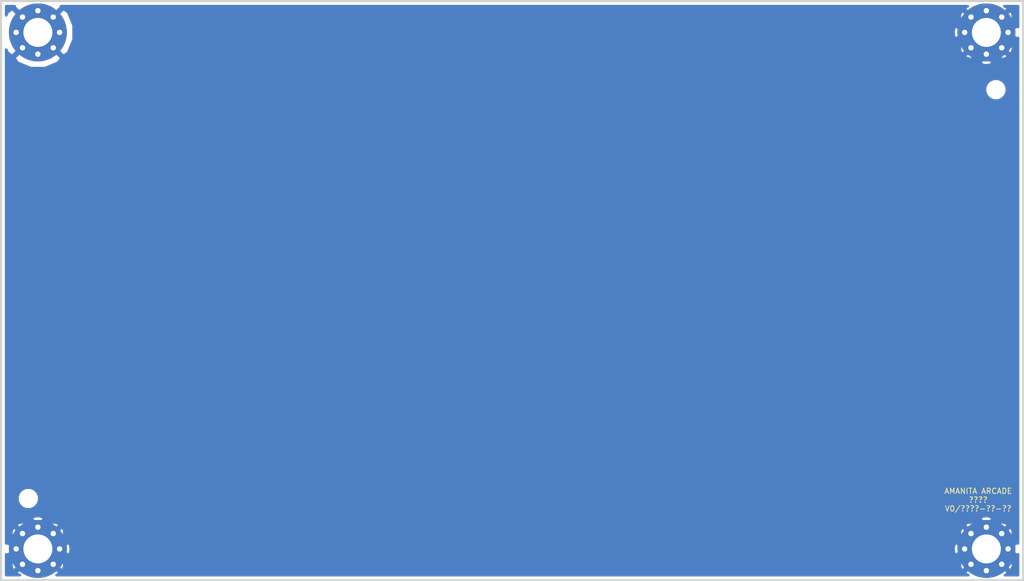
<source format=kicad_pcb>
(kicad_pcb (version 20171130) (host pcbnew 5.0.2-bee76a0~70~ubuntu18.04.1)

  (general
    (thickness 1.6)
    (drawings 5)
    (tracks 0)
    (zones 0)
    (modules 8)
    (nets 2)
  )

  (page A4)
  (layers
    (0 F.Cu signal)
    (31 B.Cu signal)
    (32 B.Adhes user)
    (33 F.Adhes user hide)
    (34 B.Paste user)
    (35 F.Paste user)
    (36 B.SilkS user)
    (37 F.SilkS user)
    (38 B.Mask user hide)
    (39 F.Mask user hide)
    (40 Dwgs.User user)
    (41 Cmts.User user)
    (42 Eco1.User user)
    (43 Eco2.User user)
    (44 Edge.Cuts user)
    (45 Margin user)
    (46 B.CrtYd user)
    (47 F.CrtYd user)
    (48 B.Fab user)
    (49 F.Fab user hide)
  )

  (setup
    (last_trace_width 0.254)
    (user_trace_width 0.254)
    (user_trace_width 0.508)
    (user_trace_width 0.762)
    (user_trace_width 1.016)
    (user_trace_width 1.27)
    (user_trace_width 1.524)
    (trace_clearance 0.254)
    (zone_clearance 0.254)
    (zone_45_only no)
    (trace_min 0.1524)
    (segment_width 0.2)
    (edge_width 0.1)
    (via_size 0.8)
    (via_drill 0.4)
    (via_min_size 0.6)
    (via_min_drill 0.3)
    (uvia_size 0.3)
    (uvia_drill 0.1)
    (uvias_allowed no)
    (uvia_min_size 0.2)
    (uvia_min_drill 0.1)
    (pcb_text_width 0.3)
    (pcb_text_size 1.5 1.5)
    (mod_edge_width 0.15)
    (mod_text_size 1 1)
    (mod_text_width 0.15)
    (pad_size 5.4 5.4)
    (pad_drill 2.7)
    (pad_to_mask_clearance 0)
    (solder_mask_min_width 0.25)
    (aux_axis_origin 0 0)
    (grid_origin 101.6 127)
    (visible_elements FFFFFF7F)
    (pcbplotparams
      (layerselection 0x010fc_ffffffff)
      (usegerberextensions false)
      (usegerberattributes false)
      (usegerberadvancedattributes false)
      (creategerberjobfile false)
      (excludeedgelayer true)
      (linewidth 0.100000)
      (plotframeref false)
      (viasonmask false)
      (mode 1)
      (useauxorigin false)
      (hpglpennumber 1)
      (hpglpenspeed 20)
      (hpglpendiameter 15.000000)
      (psnegative false)
      (psa4output false)
      (plotreference true)
      (plotvalue true)
      (plotinvisibletext false)
      (padsonsilk false)
      (subtractmaskfromsilk false)
      (outputformat 1)
      (mirror false)
      (drillshape 0)
      (scaleselection 1)
      (outputdirectory "gerbers/"))
  )

  (net 0 "")
  (net 1 GND)

  (net_class Default "This is the default net class."
    (clearance 0.254)
    (trace_width 0.254)
    (via_dia 0.8)
    (via_drill 0.4)
    (uvia_dia 0.3)
    (uvia_drill 0.1)
    (add_net GND)
  )

  (module MountingHole:MountingHole_2.7mm_M2.5_Pad_Via (layer F.Cu) (tedit 5D0E440B) (tstamp 5D10E96F)
    (at 105.029 75.946)
    (descr "Mounting Hole 2.7mm")
    (tags "mounting hole 2.7mm")
    (path /5CD715BA)
    (attr virtual)
    (fp_text reference H1 (at 0 -3.7) (layer F.SilkS) hide
      (effects (font (size 1 1) (thickness 0.15)))
    )
    (fp_text value MountingHole_Pad (at 0 3.7) (layer F.Fab)
      (effects (font (size 1 1) (thickness 0.15)))
    )
    (fp_circle (center 0 0) (end 2.95 0) (layer F.CrtYd) (width 0.05))
    (fp_circle (center 0 0) (end 2.7 0) (layer Cmts.User) (width 0.15))
    (fp_text user %R (at 0.3 0) (layer F.Fab)
      (effects (font (size 1 1) (thickness 0.15)))
    )
    (pad 1 thru_hole circle (at 1.431891 -1.431891) (size 0.8 0.8) (drill 0.5) (layers *.Cu *.Mask)
      (net 1 GND))
    (pad 1 thru_hole circle (at 0 -2.025) (size 0.8 0.8) (drill 0.5) (layers *.Cu *.Mask)
      (net 1 GND))
    (pad 1 thru_hole circle (at -1.431891 -1.431891) (size 0.8 0.8) (drill 0.5) (layers *.Cu *.Mask)
      (net 1 GND))
    (pad 1 thru_hole circle (at -2.025 0) (size 0.8 0.8) (drill 0.5) (layers *.Cu *.Mask)
      (net 1 GND))
    (pad 1 thru_hole circle (at -1.431891 1.431891) (size 0.8 0.8) (drill 0.5) (layers *.Cu *.Mask)
      (net 1 GND))
    (pad 1 thru_hole circle (at 0 2.025) (size 0.8 0.8) (drill 0.5) (layers *.Cu *.Mask)
      (net 1 GND))
    (pad 1 thru_hole circle (at 1.431891 1.431891) (size 0.8 0.8) (drill 0.5) (layers *.Cu *.Mask)
      (net 1 GND))
    (pad 1 thru_hole circle (at 2.025 0) (size 0.8 0.8) (drill 0.5) (layers *.Cu *.Mask)
      (net 1 GND))
    (pad 1 thru_hole circle (at 0 0) (size 5.4 5.4) (drill 2.7) (layers *.Cu *.Mask)
      (net 1 GND))
  )

  (module MountingHole:MountingHole_2.7mm_M2.5_Pad_Via (layer F.Cu) (tedit 5D0E43C7) (tstamp 5CFFB855)
    (at 193.421 75.946)
    (descr "Mounting Hole 2.7mm")
    (tags "mounting hole 2.7mm")
    (path /5CD71A93)
    (attr virtual)
    (fp_text reference H2 (at 0 -3.7) (layer F.SilkS) hide
      (effects (font (size 1 1) (thickness 0.15)))
    )
    (fp_text value MountingHole_Pad (at 0 3.7) (layer F.Fab)
      (effects (font (size 1 1) (thickness 0.15)))
    )
    (fp_circle (center 0 0) (end 2.95 0) (layer F.CrtYd) (width 0.05))
    (fp_circle (center 0 0) (end 2.7 0) (layer Cmts.User) (width 0.15))
    (fp_text user %R (at 0.3 0) (layer F.Fab)
      (effects (font (size 1 1) (thickness 0.15)))
    )
    (pad 1 thru_hole circle (at 1.431891 -1.431891) (size 0.8 0.8) (drill 0.5) (layers *.Cu *.Mask)
      (net 1 GND))
    (pad 1 thru_hole circle (at 0 -2.025) (size 0.8 0.8) (drill 0.5) (layers *.Cu *.Mask)
      (net 1 GND))
    (pad 1 thru_hole circle (at -1.431891 -1.431891) (size 0.8 0.8) (drill 0.5) (layers *.Cu *.Mask)
      (net 1 GND))
    (pad 1 thru_hole circle (at -2.025 0) (size 0.8 0.8) (drill 0.5) (layers *.Cu *.Mask)
      (net 1 GND))
    (pad 1 thru_hole circle (at -1.431891 1.431891) (size 0.8 0.8) (drill 0.5) (layers *.Cu *.Mask)
      (net 1 GND))
    (pad 1 thru_hole circle (at 0 2.025) (size 0.8 0.8) (drill 0.5) (layers *.Cu *.Mask)
      (net 1 GND))
    (pad 1 thru_hole circle (at 1.431891 1.431891) (size 0.8 0.8) (drill 0.5) (layers *.Cu *.Mask)
      (net 1 GND))
    (pad 1 thru_hole circle (at 2.025 0) (size 0.8 0.8) (drill 0.5) (layers *.Cu *.Mask)
      (net 1 GND))
    (pad 1 thru_hole circle (at 0 0) (size 5.4 5.4) (drill 2.7) (layers *.Cu *.Mask)
      (net 1 GND) (zone_connect 2))
  )

  (module MountingHole:MountingHole_2.7mm_M2.5_Pad_Via (layer F.Cu) (tedit 5D051B6F) (tstamp 5CFFB837)
    (at 105.029 124.079)
    (descr "Mounting Hole 2.7mm")
    (tags "mounting hole 2.7mm")
    (path /5CE1AC04)
    (attr virtual)
    (fp_text reference H3 (at 0 -3.7) (layer F.SilkS) hide
      (effects (font (size 1 1) (thickness 0.15)))
    )
    (fp_text value MountingHole_Pad (at 0 3.7) (layer F.Fab)
      (effects (font (size 1 1) (thickness 0.15)))
    )
    (fp_circle (center 0 0) (end 2.95 0) (layer F.CrtYd) (width 0.05))
    (fp_circle (center 0 0) (end 2.7 0) (layer Cmts.User) (width 0.15))
    (fp_text user %R (at 0.3 0) (layer F.Fab)
      (effects (font (size 1 1) (thickness 0.15)))
    )
    (pad 1 thru_hole circle (at 1.431891 -1.431891) (size 0.8 0.8) (drill 0.5) (layers *.Cu *.Mask)
      (net 1 GND))
    (pad 1 thru_hole circle (at 0 -2.025) (size 0.8 0.8) (drill 0.5) (layers *.Cu *.Mask)
      (net 1 GND))
    (pad 1 thru_hole circle (at -1.431891 -1.431891) (size 0.8 0.8) (drill 0.5) (layers *.Cu *.Mask)
      (net 1 GND))
    (pad 1 thru_hole circle (at -2.025 0) (size 0.8 0.8) (drill 0.5) (layers *.Cu *.Mask)
      (net 1 GND))
    (pad 1 thru_hole circle (at -1.431891 1.431891) (size 0.8 0.8) (drill 0.5) (layers *.Cu *.Mask)
      (net 1 GND))
    (pad 1 thru_hole circle (at 0 2.025) (size 0.8 0.8) (drill 0.5) (layers *.Cu *.Mask)
      (net 1 GND))
    (pad 1 thru_hole circle (at 1.431891 1.431891) (size 0.8 0.8) (drill 0.5) (layers *.Cu *.Mask)
      (net 1 GND))
    (pad 1 thru_hole circle (at 2.025 0) (size 0.8 0.8) (drill 0.5) (layers *.Cu *.Mask)
      (net 1 GND))
    (pad 1 thru_hole circle (at 0 0) (size 5.4 5.4) (drill 2.7) (layers *.Cu *.Mask)
      (net 1 GND) (zone_connect 2))
  )

  (module MountingHole:MountingHole_2.7mm_M2.5_Pad_Via (layer F.Cu) (tedit 5D051B69) (tstamp 5CFFB828)
    (at 193.421 124.079)
    (descr "Mounting Hole 2.7mm")
    (tags "mounting hole 2.7mm")
    (path /5CE1ADFE)
    (attr virtual)
    (fp_text reference H4 (at 0 -3.7) (layer F.SilkS) hide
      (effects (font (size 1 1) (thickness 0.15)))
    )
    (fp_text value MountingHole_Pad (at 0 3.7) (layer F.Fab)
      (effects (font (size 1 1) (thickness 0.15)))
    )
    (fp_text user %R (at 0.3 0) (layer F.Fab)
      (effects (font (size 1 1) (thickness 0.15)))
    )
    (fp_circle (center 0 0) (end 2.7 0) (layer Cmts.User) (width 0.15))
    (fp_circle (center 0 0) (end 2.95 0) (layer F.CrtYd) (width 0.05))
    (pad 1 thru_hole circle (at 0 0) (size 5.4 5.4) (drill 2.7) (layers *.Cu *.Mask)
      (net 1 GND) (zone_connect 2))
    (pad 1 thru_hole circle (at 2.025 0) (size 0.8 0.8) (drill 0.5) (layers *.Cu *.Mask)
      (net 1 GND))
    (pad 1 thru_hole circle (at 1.431891 1.431891) (size 0.8 0.8) (drill 0.5) (layers *.Cu *.Mask)
      (net 1 GND))
    (pad 1 thru_hole circle (at 0 2.025) (size 0.8 0.8) (drill 0.5) (layers *.Cu *.Mask)
      (net 1 GND))
    (pad 1 thru_hole circle (at -1.431891 1.431891) (size 0.8 0.8) (drill 0.5) (layers *.Cu *.Mask)
      (net 1 GND))
    (pad 1 thru_hole circle (at -2.025 0) (size 0.8 0.8) (drill 0.5) (layers *.Cu *.Mask)
      (net 1 GND))
    (pad 1 thru_hole circle (at -1.431891 -1.431891) (size 0.8 0.8) (drill 0.5) (layers *.Cu *.Mask)
      (net 1 GND))
    (pad 1 thru_hole circle (at 0 -2.025) (size 0.8 0.8) (drill 0.5) (layers *.Cu *.Mask)
      (net 1 GND))
    (pad 1 thru_hole circle (at 1.431891 -1.431891) (size 0.8 0.8) (drill 0.5) (layers *.Cu *.Mask)
      (net 1 GND))
  )

  (module Fiducial:Fiducial_1mm_Dia_2.54mm_Outer_CopperTop (layer F.Cu) (tedit 5D0CF887) (tstamp 5D0CF70A)
    (at 191.77 81.28)
    (descr "Circular Fiducial, 1mm bare copper top, 2.54mm keepout")
    (tags fiducial)
    (path /5D0E80BD)
    (attr smd)
    (fp_text reference FD2 (at 0 -2.5) (layer F.SilkS) hide
      (effects (font (size 1 1) (thickness 0.15)))
    )
    (fp_text value Fiducial (at 0 2.5) (layer F.Fab)
      (effects (font (size 1 1) (thickness 0.15)))
    )
    (fp_text user %R (at 0 0) (layer F.Fab)
      (effects (font (size 1 1) (thickness 0.15)))
    )
    (fp_circle (center 0 0) (end 1.55 0) (layer F.CrtYd) (width 0.05))
    (pad "" smd circle (at 0 0) (size 1 1) (layers F.Cu F.Mask)
      (solder_mask_margin 0.77) (clearance 0.77))
  )

  (module aa-shared:StencilAlignment_1.27mm (layer F.Cu) (tedit 5D0CF87F) (tstamp 5D0BAF9A)
    (at 194.31 81.28)
    (path /5D0E80B6)
    (fp_text reference FD6 (at 0 -2.032) (layer F.SilkS) hide
      (effects (font (size 1 1) (thickness 0.15)))
    )
    (fp_text value Fiducial (at 0 2.667) (layer F.Fab)
      (effects (font (size 1 1) (thickness 0.15)))
    )
    (pad "" np_thru_hole circle (at 0 0) (size 1.27 1.27) (drill 1.27) (layers *.Cu *.Paste *.Mask)
      (solder_paste_margin 0.00254))
  )

  (module aa-shared:StencilAlignment_1.27mm (layer F.Cu) (tedit 5D0CF868) (tstamp 5D0BAF94)
    (at 104.14 119.38)
    (path /5D0E7DDE)
    (fp_text reference FD5 (at 0 -2.032) (layer F.SilkS) hide
      (effects (font (size 1 1) (thickness 0.15)))
    )
    (fp_text value Fiducial (at 0 2.667) (layer F.Fab)
      (effects (font (size 1 1) (thickness 0.15)))
    )
    (pad "" np_thru_hole circle (at 0 0) (size 1.27 1.27) (drill 1.27) (layers *.Cu *.Paste *.Mask)
      (solder_paste_margin 0.00254))
  )

  (module Fiducial:Fiducial_1mm_Dia_2.54mm_Outer_CopperTop (layer F.Cu) (tedit 5D0CF870) (tstamp 5D0CF6F5)
    (at 106.68 119.38)
    (descr "Circular Fiducial, 1mm bare copper top, 2.54mm keepout")
    (tags fiducial)
    (path /5D0E7E00)
    (attr smd)
    (fp_text reference FD1 (at 0 -2.5) (layer F.SilkS) hide
      (effects (font (size 1 1) (thickness 0.15)))
    )
    (fp_text value Fiducial (at 0 2.5) (layer F.Fab)
      (effects (font (size 1 1) (thickness 0.15)))
    )
    (fp_circle (center 0 0) (end 1.55 0) (layer F.CrtYd) (width 0.05))
    (fp_text user %R (at 0 0) (layer F.Fab)
      (effects (font (size 1 1) (thickness 0.15)))
    )
    (pad "" smd circle (at 0 0) (size 1 1) (layers F.Cu F.Mask)
      (solder_mask_margin 0.77) (clearance 0.77))
  )

  (gr_text "AMANITA ARCADE\n????\nV0/????-??-??" (at 192.659 119.507) (layer F.SilkS)
    (effects (font (size 0.508 0.508) (thickness 0.0762)))
  )
  (gr_line (start 196.85 127) (end 101.6 127) (layer Edge.Cuts) (width 0.2))
  (gr_line (start 196.85 73.025) (end 196.85 127) (layer Edge.Cuts) (width 0.2))
  (gr_line (start 101.6 73.025) (end 196.85 73.025) (layer Edge.Cuts) (width 0.2))
  (gr_line (start 101.6 127) (end 101.6 73.025) (layer Edge.Cuts) (width 0.2))

  (zone (net 0) (net_name "") (layer F.Mask) (tstamp 5D0B6B89) (hatch edge 0.508)
    (connect_pads (clearance 0.508))
    (min_thickness 0.254)
    (fill yes (arc_segments 16) (thermal_gap 0.508) (thermal_bridge_width 0.508))
    (polygon
      (pts
        (xy 160.760162 107.164621) (xy 160.760162 92.940621) (xy 178.794162 92.940621) (xy 178.794162 107.164621)
      )
    )
    (filled_polygon
      (pts
        (xy 178.667162 107.037621) (xy 160.887162 107.037621) (xy 160.887162 93.067621) (xy 178.667162 93.067621)
      )
    )
  )
  (zone (net 0) (net_name "") (layer B.Mask) (tstamp 5D0B6B86) (hatch edge 0.508)
    (connect_pads (clearance 0.508))
    (min_thickness 0.254)
    (fill yes (arc_segments 16) (thermal_gap 0.508) (thermal_bridge_width 0.508))
    (polygon
      (pts
        (xy 178.794162 107.164621) (xy 178.794162 92.940621) (xy 160.760162 92.940621) (xy 160.760162 107.164621)
      )
    )
    (filled_polygon
      (pts
        (xy 178.667162 107.037621) (xy 160.887162 107.037621) (xy 160.887162 93.067621) (xy 178.667162 93.067621)
      )
    )
  )
  (zone (net 1) (net_name GND) (layer B.Cu) (tstamp 5D0B6B83) (hatch edge 0.508)
    (connect_pads (clearance 0.254))
    (min_thickness 0.254)
    (fill yes (arc_segments 16) (thermal_gap 0.508) (thermal_bridge_width 0.508))
    (polygon
      (pts
        (xy 101.6 73.025) (xy 196.85 73.025) (xy 196.85 127) (xy 101.6 127)
      )
    )
    (filled_polygon
      (pts
        (xy 102.828414 73.565809) (xy 105.029 75.766395) (xy 107.229586 73.565809) (xy 107.188309 73.506) (xy 191.683536 73.506)
        (xy 191.476086 73.591929) (xy 191.451364 73.796759) (xy 191.989109 74.334504) (xy 192.003252 74.320362) (xy 192.182857 74.499967)
        (xy 192.168714 74.514109) (xy 192.706459 75.051854) (xy 192.911289 75.027132) (xy 192.964619 74.861407) (xy 193.299931 74.969309)
        (xy 193.710318 74.935842) (xy 193.866159 74.87129) (xy 193.930711 75.027132) (xy 194.135541 75.051854) (xy 194.673286 74.514109)
        (xy 194.659144 74.499967) (xy 194.838749 74.320362) (xy 194.852891 74.334504) (xy 195.390636 73.796759) (xy 195.365914 73.591929)
        (xy 195.098884 73.506) (xy 196.369 73.506) (xy 196.369 75.434957) (xy 196.36818 75.432977) (xy 196.16335 75.408255)
        (xy 195.625605 75.946) (xy 196.16335 76.483745) (xy 196.36818 76.459023) (xy 196.369 76.456475) (xy 196.369001 123.567959)
        (xy 196.36818 123.565977) (xy 196.16335 123.541255) (xy 195.625605 124.079) (xy 196.16335 124.616745) (xy 196.36818 124.592023)
        (xy 196.369001 124.589472) (xy 196.369001 126.519) (xy 195.158464 126.519) (xy 195.365914 126.433071) (xy 195.390636 126.228241)
        (xy 194.852891 125.690496) (xy 194.838749 125.704639) (xy 194.659144 125.525034) (xy 194.673286 125.510891) (xy 194.135541 124.973146)
        (xy 193.930711 124.997868) (xy 193.877381 125.163593) (xy 193.542069 125.055691) (xy 193.131682 125.089158) (xy 192.975841 125.15371)
        (xy 192.911289 124.997868) (xy 192.706459 124.973146) (xy 192.168714 125.510891) (xy 192.182857 125.525034) (xy 192.003252 125.704639)
        (xy 191.989109 125.690496) (xy 191.451364 126.228241) (xy 191.476086 126.433071) (xy 191.743116 126.519) (xy 106.766464 126.519)
        (xy 106.973914 126.433071) (xy 106.998636 126.228241) (xy 106.460891 125.690496) (xy 106.446749 125.704639) (xy 106.267144 125.525034)
        (xy 106.281286 125.510891) (xy 105.743541 124.973146) (xy 105.538711 124.997868) (xy 105.485381 125.163593) (xy 105.150069 125.055691)
        (xy 104.739682 125.089158) (xy 104.583841 125.15371) (xy 104.519289 124.997868) (xy 104.314459 124.973146) (xy 103.776714 125.510891)
        (xy 103.790857 125.525034) (xy 103.611252 125.704639) (xy 103.597109 125.690496) (xy 103.059364 126.228241) (xy 103.084086 126.433071)
        (xy 103.351116 126.519) (xy 102.081 126.519) (xy 102.081 124.590043) (xy 102.08182 124.592023) (xy 102.28665 124.616745)
        (xy 102.824395 124.079) (xy 102.28665 123.541255) (xy 102.08182 123.565977) (xy 102.081 123.568525) (xy 102.081 123.36165)
        (xy 102.466255 123.36165) (xy 103.004 123.899395) (xy 103.018143 123.885253) (xy 103.197748 124.064858) (xy 103.183605 124.079)
        (xy 103.197748 124.093143) (xy 103.018143 124.272748) (xy 103.004 124.258605) (xy 102.466255 124.79635) (xy 102.490977 125.00118)
        (xy 102.656702 125.05451) (xy 102.5488 125.389822) (xy 102.582267 125.800209) (xy 102.674929 126.023914) (xy 102.879759 126.048636)
        (xy 103.417504 125.510891) (xy 103.403362 125.496749) (xy 103.582967 125.317144) (xy 103.597109 125.331286) (xy 104.134854 124.793541)
        (xy 104.110132 124.588711) (xy 103.944407 124.535381) (xy 104.052309 124.200069) (xy 104.018842 123.789682) (xy 103.95429 123.633841)
        (xy 104.110132 123.569289) (xy 104.134854 123.364459) (xy 105.923146 123.364459) (xy 105.947868 123.569289) (xy 106.113593 123.622619)
        (xy 106.005691 123.957931) (xy 106.039158 124.368318) (xy 106.10371 124.524159) (xy 105.947868 124.588711) (xy 105.923146 124.793541)
        (xy 106.460891 125.331286) (xy 106.475034 125.317144) (xy 106.654639 125.496749) (xy 106.640496 125.510891) (xy 107.178241 126.048636)
        (xy 107.383071 126.023914) (xy 107.5092 125.63196) (xy 107.475733 125.221573) (xy 107.411181 125.065732) (xy 107.567023 125.00118)
        (xy 107.591745 124.79635) (xy 107.054 124.258605) (xy 107.039858 124.272748) (xy 106.860253 124.093143) (xy 106.874395 124.079)
        (xy 107.233605 124.079) (xy 107.77135 124.616745) (xy 107.97618 124.592023) (xy 108.102309 124.200069) (xy 108.082563 123.957931)
        (xy 190.347691 123.957931) (xy 190.381158 124.368318) (xy 190.47382 124.592023) (xy 190.67865 124.616745) (xy 191.216395 124.079)
        (xy 190.67865 123.541255) (xy 190.47382 123.565977) (xy 190.347691 123.957931) (xy 108.082563 123.957931) (xy 108.068842 123.789682)
        (xy 107.97618 123.565977) (xy 107.77135 123.541255) (xy 107.233605 124.079) (xy 106.874395 124.079) (xy 106.860253 124.064858)
        (xy 107.039858 123.885253) (xy 107.054 123.899395) (xy 107.591745 123.36165) (xy 190.858255 123.36165) (xy 191.396 123.899395)
        (xy 191.410143 123.885253) (xy 191.589748 124.064858) (xy 191.575605 124.079) (xy 191.589748 124.093143) (xy 191.410143 124.272748)
        (xy 191.396 124.258605) (xy 190.858255 124.79635) (xy 190.882977 125.00118) (xy 191.048702 125.05451) (xy 190.9408 125.389822)
        (xy 190.974267 125.800209) (xy 191.066929 126.023914) (xy 191.271759 126.048636) (xy 191.809504 125.510891) (xy 191.795362 125.496749)
        (xy 191.974967 125.317144) (xy 191.989109 125.331286) (xy 192.526854 124.793541) (xy 192.502132 124.588711) (xy 192.336407 124.535381)
        (xy 192.444309 124.200069) (xy 192.410842 123.789682) (xy 192.34629 123.633841) (xy 192.502132 123.569289) (xy 192.526854 123.364459)
        (xy 194.315146 123.364459) (xy 194.339868 123.569289) (xy 194.505593 123.622619) (xy 194.397691 123.957931) (xy 194.431158 124.368318)
        (xy 194.49571 124.524159) (xy 194.339868 124.588711) (xy 194.315146 124.793541) (xy 194.852891 125.331286) (xy 194.867034 125.317144)
        (xy 195.046639 125.496749) (xy 195.032496 125.510891) (xy 195.570241 126.048636) (xy 195.775071 126.023914) (xy 195.9012 125.63196)
        (xy 195.867733 125.221573) (xy 195.803181 125.065732) (xy 195.959023 125.00118) (xy 195.983745 124.79635) (xy 195.446 124.258605)
        (xy 195.431858 124.272748) (xy 195.252253 124.093143) (xy 195.266395 124.079) (xy 195.252253 124.064858) (xy 195.431858 123.885253)
        (xy 195.446 123.899395) (xy 195.983745 123.36165) (xy 195.959023 123.15682) (xy 195.793298 123.10349) (xy 195.9012 122.768178)
        (xy 195.867733 122.357791) (xy 195.775071 122.134086) (xy 195.570241 122.109364) (xy 195.032496 122.647109) (xy 195.046639 122.661252)
        (xy 194.867034 122.840857) (xy 194.852891 122.826714) (xy 194.315146 123.364459) (xy 192.526854 123.364459) (xy 191.989109 122.826714)
        (xy 191.974967 122.840857) (xy 191.795362 122.661252) (xy 191.809504 122.647109) (xy 191.271759 122.109364) (xy 191.066929 122.134086)
        (xy 190.9408 122.52604) (xy 190.974267 122.936427) (xy 191.038819 123.092268) (xy 190.882977 123.15682) (xy 190.858255 123.36165)
        (xy 107.591745 123.36165) (xy 107.567023 123.15682) (xy 107.401298 123.10349) (xy 107.5092 122.768178) (xy 107.475733 122.357791)
        (xy 107.383071 122.134086) (xy 107.178241 122.109364) (xy 106.640496 122.647109) (xy 106.654639 122.661252) (xy 106.475034 122.840857)
        (xy 106.460891 122.826714) (xy 105.923146 123.364459) (xy 104.134854 123.364459) (xy 103.597109 122.826714) (xy 103.582967 122.840857)
        (xy 103.403362 122.661252) (xy 103.417504 122.647109) (xy 102.879759 122.109364) (xy 102.674929 122.134086) (xy 102.5488 122.52604)
        (xy 102.582267 122.936427) (xy 102.646819 123.092268) (xy 102.490977 123.15682) (xy 102.466255 123.36165) (xy 102.081 123.36165)
        (xy 102.081 121.929759) (xy 103.059364 121.929759) (xy 103.597109 122.467504) (xy 103.611252 122.453362) (xy 103.790857 122.632967)
        (xy 103.776714 122.647109) (xy 104.314459 123.184854) (xy 104.519289 123.160132) (xy 104.572619 122.994407) (xy 104.907931 123.102309)
        (xy 105.318318 123.068842) (xy 105.474159 123.00429) (xy 105.538711 123.160132) (xy 105.743541 123.184854) (xy 106.281286 122.647109)
        (xy 106.267144 122.632967) (xy 106.446749 122.453362) (xy 106.460891 122.467504) (xy 106.998636 121.929759) (xy 191.451364 121.929759)
        (xy 191.989109 122.467504) (xy 192.003252 122.453362) (xy 192.182857 122.632967) (xy 192.168714 122.647109) (xy 192.706459 123.184854)
        (xy 192.911289 123.160132) (xy 192.964619 122.994407) (xy 193.299931 123.102309) (xy 193.710318 123.068842) (xy 193.866159 123.00429)
        (xy 193.930711 123.160132) (xy 194.135541 123.184854) (xy 194.673286 122.647109) (xy 194.659144 122.632967) (xy 194.838749 122.453362)
        (xy 194.852891 122.467504) (xy 195.390636 121.929759) (xy 195.365914 121.724929) (xy 194.97396 121.5988) (xy 194.563573 121.632267)
        (xy 194.407732 121.696819) (xy 194.34318 121.540977) (xy 194.13835 121.516255) (xy 193.600605 122.054) (xy 193.614748 122.068143)
        (xy 193.435143 122.247748) (xy 193.421 122.233605) (xy 193.406858 122.247748) (xy 193.227253 122.068143) (xy 193.241395 122.054)
        (xy 192.70365 121.516255) (xy 192.49882 121.540977) (xy 192.44549 121.706702) (xy 192.110178 121.5988) (xy 191.699791 121.632267)
        (xy 191.476086 121.724929) (xy 191.451364 121.929759) (xy 106.998636 121.929759) (xy 106.973914 121.724929) (xy 106.58196 121.5988)
        (xy 106.171573 121.632267) (xy 106.015732 121.696819) (xy 105.95118 121.540977) (xy 105.74635 121.516255) (xy 105.208605 122.054)
        (xy 105.222748 122.068143) (xy 105.043143 122.247748) (xy 105.029 122.233605) (xy 105.014858 122.247748) (xy 104.835253 122.068143)
        (xy 104.849395 122.054) (xy 104.31165 121.516255) (xy 104.10682 121.540977) (xy 104.05349 121.706702) (xy 103.718178 121.5988)
        (xy 103.307791 121.632267) (xy 103.084086 121.724929) (xy 103.059364 121.929759) (xy 102.081 121.929759) (xy 102.081 121.33665)
        (xy 104.491255 121.33665) (xy 105.029 121.874395) (xy 105.566745 121.33665) (xy 192.883255 121.33665) (xy 193.421 121.874395)
        (xy 193.958745 121.33665) (xy 193.934023 121.13182) (xy 193.542069 121.005691) (xy 193.131682 121.039158) (xy 192.907977 121.13182)
        (xy 192.883255 121.33665) (xy 105.566745 121.33665) (xy 105.542023 121.13182) (xy 105.150069 121.005691) (xy 104.739682 121.039158)
        (xy 104.515977 121.13182) (xy 104.491255 121.33665) (xy 102.081 121.33665) (xy 102.081 119.177905) (xy 103.124 119.177905)
        (xy 103.124 119.582095) (xy 103.278676 119.955518) (xy 103.564482 120.241324) (xy 103.937905 120.396) (xy 104.342095 120.396)
        (xy 104.715518 120.241324) (xy 105.001324 119.955518) (xy 105.156 119.582095) (xy 105.156 119.177905) (xy 105.001324 118.804482)
        (xy 104.715518 118.518676) (xy 104.342095 118.364) (xy 103.937905 118.364) (xy 103.564482 118.518676) (xy 103.278676 118.804482)
        (xy 103.124 119.177905) (xy 102.081 119.177905) (xy 102.081 81.077905) (xy 193.294 81.077905) (xy 193.294 81.482095)
        (xy 193.448676 81.855518) (xy 193.734482 82.141324) (xy 194.107905 82.296) (xy 194.512095 82.296) (xy 194.885518 82.141324)
        (xy 195.171324 81.855518) (xy 195.326 81.482095) (xy 195.326 81.077905) (xy 195.171324 80.704482) (xy 194.885518 80.418676)
        (xy 194.512095 80.264) (xy 194.107905 80.264) (xy 193.734482 80.418676) (xy 193.448676 80.704482) (xy 193.294 81.077905)
        (xy 102.081 81.077905) (xy 102.081 78.326191) (xy 102.828414 78.326191) (xy 103.134472 78.769659) (xy 104.359252 79.279725)
        (xy 105.685995 79.282262) (xy 106.912716 78.776883) (xy 106.923528 78.769659) (xy 106.979643 78.68835) (xy 192.883255 78.68835)
        (xy 192.907977 78.89318) (xy 193.299931 79.019309) (xy 193.710318 78.985842) (xy 193.934023 78.89318) (xy 193.958745 78.68835)
        (xy 193.421 78.150605) (xy 192.883255 78.68835) (xy 106.979643 78.68835) (xy 107.229586 78.326191) (xy 105.029 76.125605)
        (xy 102.828414 78.326191) (xy 102.081 78.326191) (xy 102.081 77.545435) (xy 102.198117 77.829716) (xy 102.205341 77.840528)
        (xy 102.648809 78.146586) (xy 104.849395 75.946) (xy 105.208605 75.946) (xy 107.409191 78.146586) (xy 107.483588 78.095241)
        (xy 191.451364 78.095241) (xy 191.476086 78.300071) (xy 191.86804 78.4262) (xy 192.278427 78.392733) (xy 192.434268 78.328181)
        (xy 192.49882 78.484023) (xy 192.70365 78.508745) (xy 193.241395 77.971) (xy 193.227253 77.956858) (xy 193.406858 77.777253)
        (xy 193.421 77.791395) (xy 193.435143 77.777253) (xy 193.614748 77.956858) (xy 193.600605 77.971) (xy 194.13835 78.508745)
        (xy 194.34318 78.484023) (xy 194.39651 78.318298) (xy 194.731822 78.4262) (xy 195.142209 78.392733) (xy 195.365914 78.300071)
        (xy 195.390636 78.095241) (xy 194.852891 77.557496) (xy 194.838749 77.571639) (xy 194.659144 77.392034) (xy 194.673286 77.377891)
        (xy 194.135541 76.840146) (xy 193.930711 76.864868) (xy 193.877381 77.030593) (xy 193.542069 76.922691) (xy 193.131682 76.956158)
        (xy 192.975841 77.02071) (xy 192.911289 76.864868) (xy 192.706459 76.840146) (xy 192.168714 77.377891) (xy 192.182857 77.392034)
        (xy 192.003252 77.571639) (xy 191.989109 77.557496) (xy 191.451364 78.095241) (xy 107.483588 78.095241) (xy 107.852659 77.840528)
        (xy 108.362725 76.615748) (xy 108.364237 75.824931) (xy 190.347691 75.824931) (xy 190.381158 76.235318) (xy 190.47382 76.459023)
        (xy 190.67865 76.483745) (xy 191.216395 75.946) (xy 190.67865 75.408255) (xy 190.47382 75.432977) (xy 190.347691 75.824931)
        (xy 108.364237 75.824931) (xy 108.365262 75.289005) (xy 108.340398 75.22865) (xy 190.858255 75.22865) (xy 191.396 75.766395)
        (xy 191.410143 75.752253) (xy 191.589748 75.931858) (xy 191.575605 75.946) (xy 191.589748 75.960143) (xy 191.410143 76.139748)
        (xy 191.396 76.125605) (xy 190.858255 76.66335) (xy 190.882977 76.86818) (xy 191.048702 76.92151) (xy 190.9408 77.256822)
        (xy 190.974267 77.667209) (xy 191.066929 77.890914) (xy 191.271759 77.915636) (xy 191.809504 77.377891) (xy 191.795362 77.363749)
        (xy 191.974967 77.184144) (xy 191.989109 77.198286) (xy 192.526854 76.660541) (xy 192.502132 76.455711) (xy 192.336407 76.402381)
        (xy 192.444309 76.067069) (xy 192.410842 75.656682) (xy 192.34629 75.500841) (xy 192.502132 75.436289) (xy 192.526854 75.231459)
        (xy 194.315146 75.231459) (xy 194.339868 75.436289) (xy 194.505593 75.489619) (xy 194.397691 75.824931) (xy 194.431158 76.235318)
        (xy 194.49571 76.391159) (xy 194.339868 76.455711) (xy 194.315146 76.660541) (xy 194.852891 77.198286) (xy 194.867034 77.184144)
        (xy 195.046639 77.363749) (xy 195.032496 77.377891) (xy 195.570241 77.915636) (xy 195.775071 77.890914) (xy 195.9012 77.49896)
        (xy 195.867733 77.088573) (xy 195.803181 76.932732) (xy 195.959023 76.86818) (xy 195.983745 76.66335) (xy 195.446 76.125605)
        (xy 195.431858 76.139748) (xy 195.252253 75.960143) (xy 195.266395 75.946) (xy 195.252253 75.931858) (xy 195.431858 75.752253)
        (xy 195.446 75.766395) (xy 195.983745 75.22865) (xy 195.959023 75.02382) (xy 195.793298 74.97049) (xy 195.9012 74.635178)
        (xy 195.867733 74.224791) (xy 195.775071 74.001086) (xy 195.570241 73.976364) (xy 195.032496 74.514109) (xy 195.046639 74.528252)
        (xy 194.867034 74.707857) (xy 194.852891 74.693714) (xy 194.315146 75.231459) (xy 192.526854 75.231459) (xy 191.989109 74.693714)
        (xy 191.974967 74.707857) (xy 191.795362 74.528252) (xy 191.809504 74.514109) (xy 191.271759 73.976364) (xy 191.066929 74.001086)
        (xy 190.9408 74.39304) (xy 190.974267 74.803427) (xy 191.038819 74.959268) (xy 190.882977 75.02382) (xy 190.858255 75.22865)
        (xy 108.340398 75.22865) (xy 107.859883 74.062284) (xy 107.852659 74.051472) (xy 107.409191 73.745414) (xy 105.208605 75.946)
        (xy 104.849395 75.946) (xy 102.648809 73.745414) (xy 102.205341 74.051472) (xy 102.081 74.350042) (xy 102.081 73.506)
        (xy 102.869691 73.506)
      )
    )
    (filled_polygon
      (pts
        (xy 193.614748 126.089858) (xy 193.600605 126.104) (xy 193.614748 126.118143) (xy 193.435143 126.297748) (xy 193.421 126.283605)
        (xy 193.406858 126.297748) (xy 193.227253 126.118143) (xy 193.241395 126.104) (xy 193.227253 126.089858) (xy 193.406858 125.910253)
        (xy 193.421 125.924395) (xy 193.435143 125.910253)
      )
    )
    (filled_polygon
      (pts
        (xy 105.222748 126.089858) (xy 105.208605 126.104) (xy 105.222748 126.118143) (xy 105.043143 126.297748) (xy 105.029 126.283605)
        (xy 105.014858 126.297748) (xy 104.835253 126.118143) (xy 104.849395 126.104) (xy 104.835253 126.089858) (xy 105.014858 125.910253)
        (xy 105.029 125.924395) (xy 105.043143 125.910253)
      )
    )
    (filled_polygon
      (pts
        (xy 193.614748 73.906858) (xy 193.600605 73.921) (xy 193.614748 73.935143) (xy 193.435143 74.114748) (xy 193.421 74.100605)
        (xy 193.406858 74.114748) (xy 193.227253 73.935143) (xy 193.241395 73.921) (xy 193.227253 73.906858) (xy 193.406858 73.727253)
        (xy 193.421 73.741395) (xy 193.435143 73.727253)
      )
    )
  )
)

</source>
